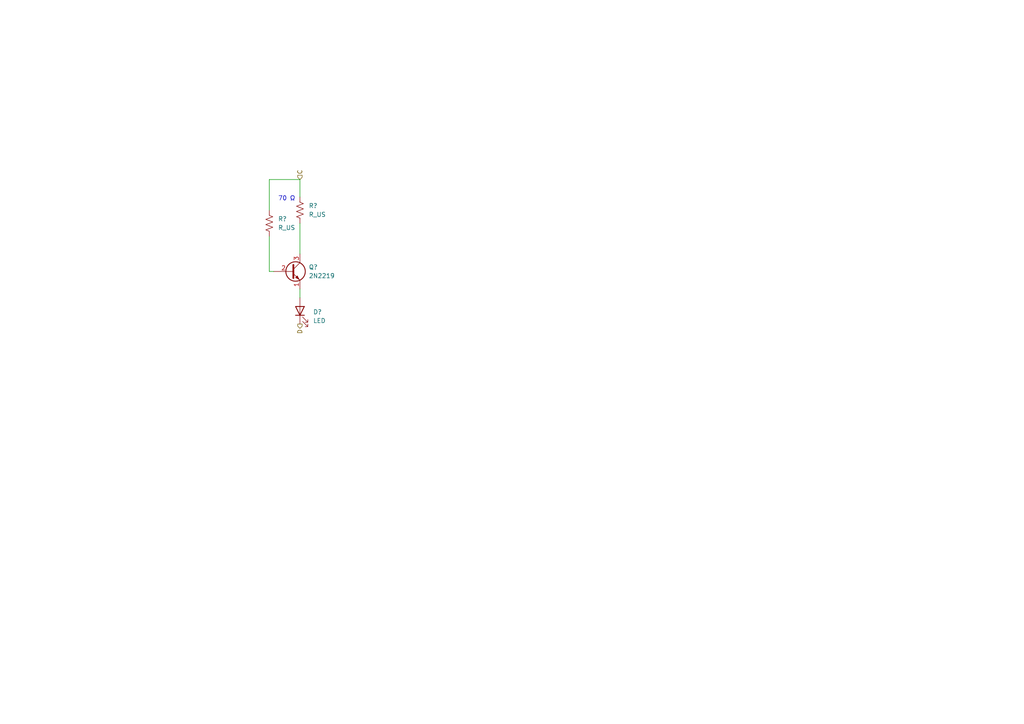
<source format=kicad_sch>
(kicad_sch (version 20211123) (generator eeschema)
  (paper "A4")
  (lib_symbols
    (symbol "Device:LED" (pin_numbers hide) (pin_names (offset 1.016) hide)
      (property "Reference" "D" (at 0 2.54 0))
      (property "Value" "LED" (at 0 -2.54 0))
      (symbol "LED_0_1"
        (polyline (pts (xy -1.27 -1.27) (xy -1.27 1.27)) (stroke (width 0.254)))
        (polyline (pts (xy -1.27 0) (xy 1.27 0)))
        (polyline (pts (xy 1.27 -1.27) (xy 1.27 1.27) (xy -1.27 0) (xy 1.27 -1.27)) (stroke (width 0.254)))
        (polyline (pts (xy -3.048 -0.762) (xy -4.572 -2.286) (xy -3.81 -2.286) (xy -4.572 -2.286) (xy -4.572 -1.524)))
        (polyline (pts (xy -1.778 -0.762) (xy -3.302 -2.286) (xy -2.54 -2.286) (xy -3.302 -2.286) (xy -3.302 -1.524)))
      )
      (symbol "LED_1_1"
        (pin passive line (at -3.81 0 0) (length 2.54) (name "K") (number "1"))
        (pin passive line (at 3.81 0 180) (length 2.54) (name "A") (number "2"))
      )
    )
    (symbol "Device:R_US" (pin_numbers hide) (pin_names (offset 0))
      (property "Reference" "R" (at 2.54 0 90))
      (property "Value" "R_US" (at -2.54 0 90))
      (symbol "R_US_0_1"
        (polyline (pts (xy 0 -2.286) (xy 0 -2.54)))
        (polyline (pts (xy 0 2.286) (xy 0 2.54)))
        (polyline (pts (xy 0 -0.762) (xy 1.016 -1.143) (xy 0 -1.524) (xy -1.016 -1.905) (xy 0 -2.286)))
        (polyline (pts (xy 0 0.762) (xy 1.016 0.381) (xy 0 0) (xy -1.016 -0.381) (xy 0 -0.762)))
        (polyline (pts (xy 0 2.286) (xy 1.016 1.905) (xy 0 1.524) (xy -1.016 1.143) (xy 0 0.762)))
      )
      (symbol "R_US_1_1"
        (pin passive line (at 0 3.81 270) (length 1.27) (name "~") (number "1"))
        (pin passive line (at 0 -3.81 90) (length 1.27) (name "~") (number "2"))
      )
    )
    (symbol "Transistor_BJT:2N2219" (pin_names (offset 0) hide)
      (property "Reference" "Q" (at 5.08 1.905 0))
      (property "Value" "2N2219" (at 5.08 0 0))
      (symbol "2N2219_0_1"
        (polyline (pts (xy 0.635 0.635) (xy 2.54 2.54)))
        (polyline (pts (xy 0.635 -0.635) (xy 2.54 -2.54) (xy 2.54 -2.54)))
        (polyline (pts (xy 0.635 1.905) (xy 0.635 -1.905) (xy 0.635 -1.905)) (stroke (width 0.508)))
        (polyline (pts (xy 1.27 -1.778) (xy 1.778 -1.27) (xy 2.286 -2.286) (xy 1.27 -1.778) (xy 1.27 -1.778)) (fill (type outline)))
        (circle (center 1.27 0) (radius 2.8194) (stroke (width 0.254)))
      )
      (symbol "2N2219_1_1"
        (pin passive line (at 2.54 -5.08 90) (length 2.54) (name "E") (number "1"))
        (pin passive line (at -5.08 0 0) (length 5.715) (name "B") (number "2"))
        (pin passive line (at 2.54 5.08 270) (length 2.54) (name "C") (number "3"))
      )
    )
  )
  (wire (pts (xy 78.105 78.74) (xy 79.375 78.74)))
  (wire (pts (xy 78.105 52.07) (xy 86.995 52.07)))
  (wire (pts (xy 86.995 83.82) (xy 86.995 86.36)))
  (wire (pts (xy 78.105 68.58) (xy 78.105 78.74)))
  (wire (pts (xy 86.995 64.77) (xy 86.995 73.66)))
  (wire (pts (xy 78.105 52.07) (xy 78.105 60.96)))
  (wire (pts (xy 86.995 52.07) (xy 86.995 57.15)))
  (text "70 Ω" (at 80.645 58.42 0) (effects (font (size 1.27 1.27)) (justify left bottom)))
  (hierarchical_label "D" (shape output) (at 86.995 93.98 270))
  (hierarchical_label "C" (shape input) (at 86.995 52.07 90))
  (symbol (lib_id "Device:R_US") (at 78.105 64.77 0) (unit 1)
    (property "Reference" "R?" (at 80.645 63.4999 0) (effects (justify left)))
    (property "Value" "R_US" (at 80.645 66.0399 0) (effects (justify left)))
  )
  (symbol (lib_id "Device:R_US") (at 86.995 60.96 0) (unit 1)
    (property "Reference" "R?" (at 89.535 59.6899 0) (effects (justify left)))
    (property "Value" "R_US" (at 89.535 62.2299 0) (effects (justify left)))
  )
  (symbol (lib_id "Transistor_BJT:2N2219") (at 84.455 78.74 0) (unit 1)
    (property "Reference" "Q?" (at 89.535 77.4699 0) (effects (justify left)))
    (property "Value" "2N2219" (at 89.535 80.0099 0) (effects (justify left)))
    (property "Footprint" "Package_TO_SOT_THT:TO-39-3" (effects hide))
    (property "Datasheet" "http://www.onsemi.com/pub_link/Collateral/2N2219-D.PDF" (effects hide))
  )
  (symbol (lib_id "Device:LED") (at 86.995 90.17 90) (unit 1)
    (property "Reference" "D?" (at 90.805 90.4874 90) (effects (justify right)))
    (property "Value" "LED" (at 90.805 93.0274 90) (effects (justify right)))
  )
)
</source>
